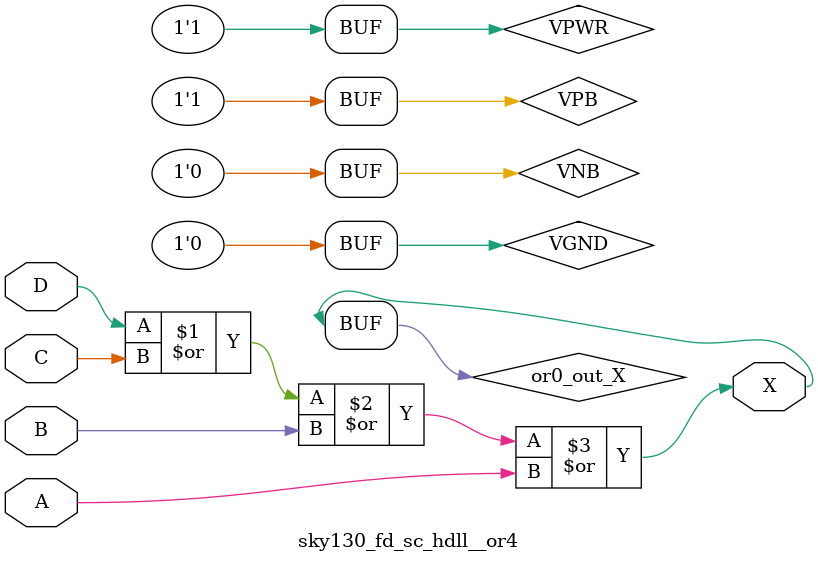
<source format=v>
/*
 * Copyright 2020 The SkyWater PDK Authors
 *
 * Licensed under the Apache License, Version 2.0 (the "License");
 * you may not use this file except in compliance with the License.
 * You may obtain a copy of the License at
 *
 *     https://www.apache.org/licenses/LICENSE-2.0
 *
 * Unless required by applicable law or agreed to in writing, software
 * distributed under the License is distributed on an "AS IS" BASIS,
 * WITHOUT WARRANTIES OR CONDITIONS OF ANY KIND, either express or implied.
 * See the License for the specific language governing permissions and
 * limitations under the License.
 *
 * SPDX-License-Identifier: Apache-2.0
*/


`ifndef SKY130_FD_SC_HDLL__OR4_BEHAVIORAL_V
`define SKY130_FD_SC_HDLL__OR4_BEHAVIORAL_V

/**
 * or4: 4-input OR.
 *
 * Verilog simulation functional model.
 */

`timescale 1ns / 1ps
`default_nettype none

`celldefine
module sky130_fd_sc_hdll__or4 (
    X,
    A,
    B,
    C,
    D
);

    // Module ports
    output X;
    input  A;
    input  B;
    input  C;
    input  D;

    // Module supplies
    supply1 VPWR;
    supply0 VGND;
    supply1 VPB ;
    supply0 VNB ;

    // Local signals
    wire or0_out_X;

    //  Name  Output     Other arguments
    or  or0  (or0_out_X, D, C, B, A     );
    buf buf0 (X        , or0_out_X      );

endmodule
`endcelldefine

`default_nettype wire
`endif  // SKY130_FD_SC_HDLL__OR4_BEHAVIORAL_V
</source>
